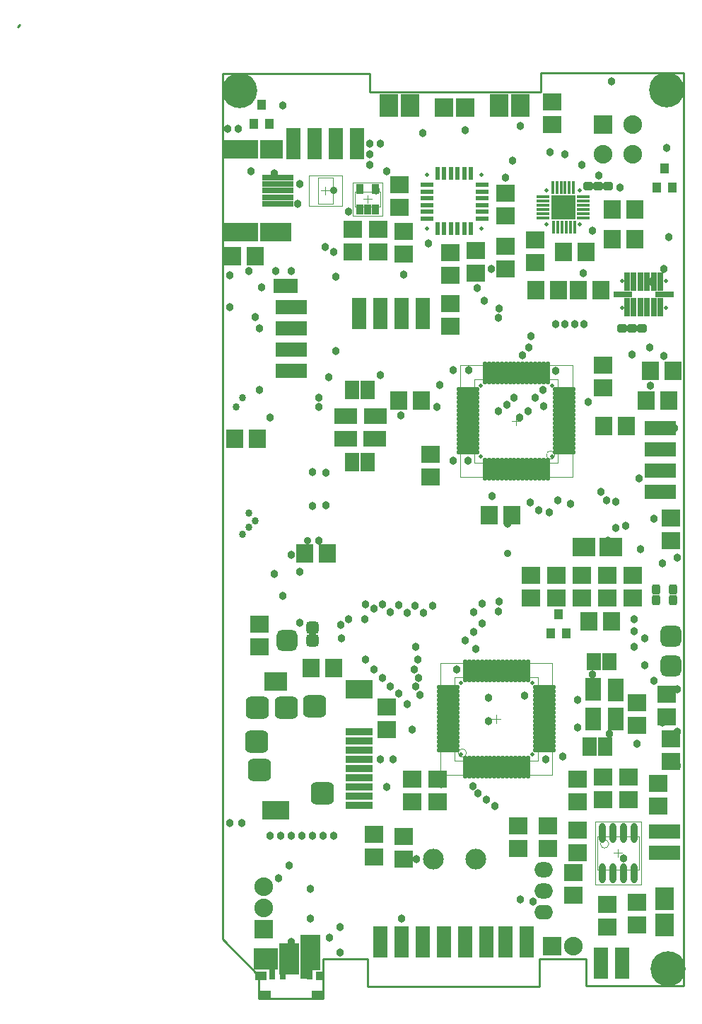
<source format=gbs>
%FSTAX25Y25*%
%MOIN*%
G70*
G01*
G75*
G04 Layer_Color=16711935*
%ADD10R,0.07874X0.07480*%
%ADD11R,0.01969X0.15748*%
%ADD12R,0.04331X0.02559*%
%ADD13R,0.07874X0.05512*%
%ADD14R,0.17011X0.12579*%
%ADD15R,0.20011X0.12579*%
%ADD16R,0.13780X0.11811*%
%ADD17R,0.06102X0.04331*%
%ADD18R,0.06102X0.04331*%
%ADD19R,0.06102X0.13583*%
%ADD20R,0.04724X0.07000*%
%ADD21R,0.04724X0.07874*%
%ADD22R,0.03543X0.03740*%
%ADD23R,0.03543X0.03740*%
%ADD24R,0.05906X0.13780*%
%ADD25R,0.09843X0.07874*%
%ADD26R,0.07480X0.07874*%
%ADD27C,0.01200*%
%ADD28C,0.02000*%
%ADD29C,0.01400*%
%ADD30C,0.01600*%
%ADD31C,0.01000*%
%ADD32C,0.00394*%
%ADD33C,0.15748*%
%ADD34R,0.08000X0.08000*%
%ADD35C,0.08000*%
%ADD36C,0.09000*%
%ADD37O,0.08000X0.06400*%
%ADD38O,0.08000X0.06000*%
%ADD39R,0.08000X0.08000*%
%ADD40C,0.03000*%
%ADD41C,0.02600*%
%ADD42C,0.02700*%
%ADD43C,0.02800*%
%ADD44R,0.07874X0.09843*%
%ADD45R,0.07874X0.07842*%
%ADD46R,0.13780X0.01969*%
%ADD47R,0.15748X0.08071*%
%ADD48R,0.10236X0.08071*%
%ADD49R,0.13780X0.08071*%
G04:AMPARAMS|DCode=50|XSize=39.37mil|YSize=31.5mil|CornerRadius=7.87mil|HoleSize=0mil|Usage=FLASHONLY|Rotation=0.000|XOffset=0mil|YOffset=0mil|HoleType=Round|Shape=RoundedRectangle|*
%AMROUNDEDRECTD50*
21,1,0.03937,0.01575,0,0,0.0*
21,1,0.02362,0.03150,0,0,0.0*
1,1,0.01575,0.01181,-0.00787*
1,1,0.01575,-0.01181,-0.00787*
1,1,0.01575,-0.01181,0.00787*
1,1,0.01575,0.01181,0.00787*
%
%ADD50ROUNDEDRECTD50*%
G04:AMPARAMS|DCode=51|XSize=39.37mil|YSize=31.5mil|CornerRadius=7.87mil|HoleSize=0mil|Usage=FLASHONLY|Rotation=270.000|XOffset=0mil|YOffset=0mil|HoleType=Round|Shape=RoundedRectangle|*
%AMROUNDEDRECTD51*
21,1,0.03937,0.01575,0,0,270.0*
21,1,0.02362,0.03150,0,0,270.0*
1,1,0.01575,-0.00787,-0.01181*
1,1,0.01575,-0.00787,0.01181*
1,1,0.01575,0.00787,0.01181*
1,1,0.01575,0.00787,-0.01181*
%
%ADD51ROUNDEDRECTD51*%
G04:AMPARAMS|DCode=52|XSize=90mil|YSize=90mil|CornerRadius=22.5mil|HoleSize=0mil|Usage=FLASHONLY|Rotation=180.000|XOffset=0mil|YOffset=0mil|HoleType=Round|Shape=RoundedRectangle|*
%AMROUNDEDRECTD52*
21,1,0.09000,0.04500,0,0,180.0*
21,1,0.04500,0.09000,0,0,180.0*
1,1,0.04500,-0.02250,0.02250*
1,1,0.04500,0.02250,0.02250*
1,1,0.04500,0.02250,-0.02250*
1,1,0.04500,-0.02250,-0.02250*
%
%ADD52ROUNDEDRECTD52*%
%ADD53R,0.06693X0.09843*%
%ADD54R,0.05512X0.00984*%
%ADD55R,0.00984X0.05512*%
%ADD56C,0.01063*%
%ADD57R,0.10630X0.10630*%
%ADD58R,0.09843X0.06693*%
%ADD59R,0.11811X0.07874*%
%ADD60R,0.11811X0.02953*%
%ADD61R,0.09843X0.07874*%
G04:AMPARAMS|DCode=62|XSize=100mil|YSize=100mil|CornerRadius=25mil|HoleSize=0mil|Usage=FLASHONLY|Rotation=0.000|XOffset=0mil|YOffset=0mil|HoleType=Round|Shape=RoundedRectangle|*
%AMROUNDEDRECTD62*
21,1,0.10000,0.05000,0,0,0.0*
21,1,0.05000,0.10000,0,0,0.0*
1,1,0.05000,0.02500,-0.02500*
1,1,0.05000,-0.02500,-0.02500*
1,1,0.05000,-0.02500,0.02500*
1,1,0.05000,0.02500,0.02500*
%
%ADD62ROUNDEDRECTD62*%
%ADD63O,0.01181X0.10236*%
%ADD64O,0.10236X0.01181*%
%ADD65R,0.04567X0.05906*%
%ADD66R,0.08661X0.15748*%
%ADD67R,0.08661X0.13780*%
%ADD68R,0.11024X0.09055*%
%ADD69R,0.01575X0.05512*%
%ADD70R,0.05512X0.01575*%
%ADD71R,0.02756X0.03543*%
%ADD72R,0.04724X0.03543*%
%ADD73R,0.01969X0.07087*%
%ADD74R,0.05906X0.07874*%
%ADD75R,0.05906X0.07574*%
%ADD76R,0.02165X0.07874*%
%ADD77R,0.07874X0.02165*%
G04:AMPARAMS|DCode=78|XSize=51.18mil|YSize=51.18mil|CornerRadius=12.8mil|HoleSize=0mil|Usage=FLASHONLY|Rotation=270.000|XOffset=0mil|YOffset=0mil|HoleType=Round|Shape=RoundedRectangle|*
%AMROUNDEDRECTD78*
21,1,0.05118,0.02559,0,0,270.0*
21,1,0.02559,0.05118,0,0,270.0*
1,1,0.02559,-0.01280,-0.01280*
1,1,0.02559,-0.01280,0.01280*
1,1,0.02559,0.01280,0.01280*
1,1,0.02559,0.01280,-0.01280*
%
%ADD78ROUNDEDRECTD78*%
%ADD79R,0.13780X0.05906*%
%ADD80R,0.10880X0.05906*%
%ADD81R,0.02559X0.04331*%
%ADD82O,0.02362X0.08661*%
%ADD83C,0.01500*%
%ADD84C,0.00984*%
%ADD85C,0.00787*%
%ADD86C,0.02756*%
%ADD87R,0.08674X0.08280*%
%ADD88R,0.02769X0.16548*%
%ADD89R,0.05131X0.03359*%
%ADD90R,0.08674X0.06312*%
%ADD91R,0.17811X0.13380*%
%ADD92R,0.20811X0.13380*%
%ADD93R,0.14579X0.12611*%
%ADD94R,0.06902X0.05131*%
%ADD95R,0.06902X0.05131*%
%ADD96R,0.06902X0.14383*%
%ADD97R,0.05524X0.07800*%
%ADD98R,0.05524X0.08674*%
%ADD99R,0.04343X0.04540*%
%ADD100R,0.04343X0.04540*%
%ADD101R,0.06706X0.14579*%
%ADD102R,0.10642X0.08674*%
%ADD103R,0.08280X0.08674*%
%ADD104C,0.16548*%
%ADD105R,0.08800X0.08800*%
%ADD106C,0.08800*%
%ADD107C,0.09800*%
%ADD108O,0.08800X0.07200*%
%ADD109O,0.08800X0.06800*%
%ADD110R,0.08800X0.08800*%
%ADD111C,0.03800*%
%ADD112C,0.03400*%
%ADD113C,0.03500*%
%ADD114C,0.03600*%
%ADD115R,0.08674X0.10642*%
%ADD116R,0.08674X0.08643*%
%ADD117R,0.14579X0.02769*%
%ADD118R,0.16548X0.08871*%
%ADD119R,0.11036X0.08871*%
%ADD120R,0.14579X0.08871*%
G04:AMPARAMS|DCode=121|XSize=47.37mil|YSize=39.5mil|CornerRadius=9.87mil|HoleSize=0mil|Usage=FLASHONLY|Rotation=0.000|XOffset=0mil|YOffset=0mil|HoleType=Round|Shape=RoundedRectangle|*
%AMROUNDEDRECTD121*
21,1,0.04737,0.01975,0,0,0.0*
21,1,0.02762,0.03950,0,0,0.0*
1,1,0.01975,0.01381,-0.00987*
1,1,0.01975,-0.01381,-0.00987*
1,1,0.01975,-0.01381,0.00987*
1,1,0.01975,0.01381,0.00987*
%
%ADD121ROUNDEDRECTD121*%
G04:AMPARAMS|DCode=122|XSize=47.37mil|YSize=39.5mil|CornerRadius=9.87mil|HoleSize=0mil|Usage=FLASHONLY|Rotation=270.000|XOffset=0mil|YOffset=0mil|HoleType=Round|Shape=RoundedRectangle|*
%AMROUNDEDRECTD122*
21,1,0.04737,0.01975,0,0,270.0*
21,1,0.02762,0.03950,0,0,270.0*
1,1,0.01975,-0.00987,-0.01381*
1,1,0.01975,-0.00987,0.01381*
1,1,0.01975,0.00987,0.01381*
1,1,0.01975,0.00987,-0.01381*
%
%ADD122ROUNDEDRECTD122*%
G04:AMPARAMS|DCode=123|XSize=98mil|YSize=98mil|CornerRadius=24.5mil|HoleSize=0mil|Usage=FLASHONLY|Rotation=180.000|XOffset=0mil|YOffset=0mil|HoleType=Round|Shape=RoundedRectangle|*
%AMROUNDEDRECTD123*
21,1,0.09800,0.04900,0,0,180.0*
21,1,0.04900,0.09800,0,0,180.0*
1,1,0.04900,-0.02450,0.02450*
1,1,0.04900,0.02450,0.02450*
1,1,0.04900,0.02450,-0.02450*
1,1,0.04900,-0.02450,-0.02450*
%
%ADD123ROUNDEDRECTD123*%
%ADD124R,0.07493X0.10642*%
%ADD125R,0.06312X0.01784*%
%ADD126R,0.01784X0.06312*%
%ADD127C,0.01863*%
%ADD128R,0.11430X0.11430*%
%ADD129R,0.10642X0.07493*%
%ADD130R,0.12611X0.08674*%
%ADD131R,0.12611X0.03753*%
%ADD132R,0.10642X0.08674*%
G04:AMPARAMS|DCode=133|XSize=108mil|YSize=108mil|CornerRadius=27mil|HoleSize=0mil|Usage=FLASHONLY|Rotation=0.000|XOffset=0mil|YOffset=0mil|HoleType=Round|Shape=RoundedRectangle|*
%AMROUNDEDRECTD133*
21,1,0.10800,0.05400,0,0,0.0*
21,1,0.05400,0.10800,0,0,0.0*
1,1,0.05400,0.02700,-0.02700*
1,1,0.05400,-0.02700,-0.02700*
1,1,0.05400,-0.02700,0.02700*
1,1,0.05400,0.02700,0.02700*
%
%ADD133ROUNDEDRECTD133*%
%ADD134O,0.01981X0.11036*%
%ADD135O,0.11036X0.01981*%
%ADD136R,0.05367X0.06706*%
%ADD137R,0.09461X0.16548*%
%ADD138R,0.09461X0.14579*%
%ADD139R,0.11824X0.09855*%
%ADD140R,0.02375X0.06312*%
%ADD141R,0.06312X0.02375*%
%ADD142R,0.03556X0.04343*%
%ADD143R,0.05524X0.04343*%
%ADD144R,0.02769X0.07887*%
%ADD145R,0.06706X0.08674*%
%ADD146R,0.06706X0.08374*%
%ADD147R,0.02965X0.08674*%
%ADD148R,0.08674X0.02965*%
G04:AMPARAMS|DCode=149|XSize=59.18mil|YSize=59.18mil|CornerRadius=14.8mil|HoleSize=0mil|Usage=FLASHONLY|Rotation=270.000|XOffset=0mil|YOffset=0mil|HoleType=Round|Shape=RoundedRectangle|*
%AMROUNDEDRECTD149*
21,1,0.05918,0.02959,0,0,270.0*
21,1,0.02959,0.05918,0,0,270.0*
1,1,0.02959,-0.01480,-0.01480*
1,1,0.02959,-0.01480,0.01480*
1,1,0.02959,0.01480,0.01480*
1,1,0.02959,0.01480,-0.01480*
%
%ADD149ROUNDEDRECTD149*%
%ADD150R,0.14579X0.06706*%
%ADD151R,0.11680X0.06706*%
%ADD152R,0.03359X0.05131*%
%ADD153O,0.03162X0.09461*%
D31*
X000767Y002933D02*
X0024751Y0012249D01*
X-0089Y0459D02*
X-0088Y046D01*
X0055Y002D02*
X0076D01*
X0157D02*
X0179D01*
X0157Y0007D02*
Y002D01*
X0076Y0007D02*
X0157D01*
X0076D02*
Y002D01*
X000767Y002933D02*
Y00355D01*
X0196307Y00075D02*
X0225D01*
X0025Y00015D02*
X003D01*
X0179Y00075D02*
Y002D01*
Y00075D02*
X0196307D01*
X0055Y00015D02*
Y002D01*
X0225Y0035D02*
Y04375D01*
X003Y00015D02*
X0055D01*
X0024751D02*
Y0009249D01*
X0077Y04285D02*
Y0437D01*
Y04285D02*
X01575D01*
Y04375D01*
X0225D01*
X0024751Y0009249D02*
Y0012249D01*
X0225Y00075D02*
Y0035D01*
X000767Y0437D02*
X0077D01*
X000767Y00355D02*
Y0437D01*
D32*
X0164188Y0257436D02*
G03*
X0164188Y0257436I-0001969J0D01*
G01*
X0122559Y0117126D02*
G03*
X0122559Y0117126I-0001969J0D01*
G01*
X0189669Y0074331D02*
G03*
X0189669Y0074331I-0001969J0D01*
G01*
X0126392Y0253892D02*
X0165762D01*
X0126392Y0293263D02*
X0165762D01*
Y0253892D02*
Y0293263D01*
X0126392Y0253892D02*
Y0293263D01*
X0059543Y0375898D02*
Y0388102D01*
X0052457Y0375898D02*
Y0388102D01*
Y0375898D02*
X0059543D01*
X0052457Y0388102D02*
X0059543D01*
X0117047Y0113583D02*
Y0152953D01*
X0156417Y0113583D02*
Y0152953D01*
X0117047Y0113583D02*
X0156417D01*
X0117047Y0152953D02*
X0156417D01*
X0069898Y0374457D02*
X0082102D01*
X0069898Y0381543D02*
X0082102D01*
Y0374457D02*
Y0381543D01*
X0069898Y0374457D02*
Y0381543D01*
X0203842Y0062126D02*
Y0077874D01*
X0184158Y0062126D02*
Y0077874D01*
Y0062126D02*
X0203842D01*
X0184158Y0077874D02*
X0203842D01*
X01197Y02472D02*
X0172455D01*
X01197Y0299955D02*
X0172455D01*
Y02472D02*
Y0299955D01*
X01197Y02472D02*
Y0299955D01*
X0146077Y0271609D02*
Y0275546D01*
X0144109Y0273577D02*
X0148046D01*
X0063874Y0374913D02*
Y0389087D01*
X0048126Y0374913D02*
Y0389087D01*
Y0374913D02*
X0063874D01*
X0048126Y0389087D02*
X0063874D01*
X0054031Y0382D02*
X0057968D01*
X0056Y0380031D02*
Y0383968D01*
X0110354Y010689D02*
Y0159646D01*
X016311Y010689D02*
Y0159646D01*
X0110354Y010689D02*
X016311D01*
X0110354Y0159646D02*
X016311D01*
X0134764Y0133268D02*
X0138701D01*
X0136732Y0131299D02*
Y0135236D01*
X0068913Y0370126D02*
X0083087D01*
X0068913Y0385874D02*
X0083087D01*
Y0370126D02*
Y0385874D01*
X0068913Y0370126D02*
Y0385874D01*
X0076Y0376031D02*
Y0379969D01*
X0074032Y0378D02*
X0077969D01*
X0192032Y007D02*
X0195968D01*
X0194Y0068032D02*
Y0071969D01*
X0204827Y0055236D02*
Y0084764D01*
X0183173Y0055236D02*
Y0084764D01*
Y0055236D02*
X0204827D01*
X0183173Y0084764D02*
X0204827D01*
D87*
X0187Y0299811D02*
D03*
Y0289181D02*
D03*
X0141Y0370189D02*
D03*
Y0380819D02*
D03*
X0201Y0190189D02*
D03*
Y0200819D02*
D03*
X0219Y0227811D02*
D03*
Y0217181D02*
D03*
X0091Y0374189D02*
D03*
Y0384819D02*
D03*
X0093Y0362819D02*
D03*
Y0352189D02*
D03*
X0115Y0352819D02*
D03*
Y0342189D02*
D03*
X0127Y0343181D02*
D03*
Y0353811D02*
D03*
X0141Y0345181D02*
D03*
Y0355811D02*
D03*
X0115Y0318189D02*
D03*
Y0328819D02*
D03*
X01055Y0247181D02*
D03*
Y0257811D02*
D03*
X0217Y0134189D02*
D03*
Y0144819D02*
D03*
X0163Y0423811D02*
D03*
Y0413181D02*
D03*
X0155Y0348189D02*
D03*
Y0358819D02*
D03*
X0175Y0070189D02*
D03*
Y0080819D02*
D03*
X0161Y0072189D02*
D03*
Y0082819D02*
D03*
X0079Y0068189D02*
D03*
Y0078819D02*
D03*
X0097Y0094189D02*
D03*
Y0104819D02*
D03*
X0109Y0094189D02*
D03*
Y0104819D02*
D03*
X0189Y0190189D02*
D03*
Y0200819D02*
D03*
X0177Y0190189D02*
D03*
Y0200819D02*
D03*
X0165Y0190189D02*
D03*
Y0200819D02*
D03*
X0153Y0190189D02*
D03*
Y0200819D02*
D03*
X0025Y0177811D02*
D03*
Y0167181D02*
D03*
X0081Y0353181D02*
D03*
Y0363811D02*
D03*
X0069Y0353181D02*
D03*
Y0363811D02*
D03*
X0203Y0036189D02*
D03*
Y0046819D02*
D03*
X0189Y0045811D02*
D03*
Y0035181D02*
D03*
X0173Y0050189D02*
D03*
Y0060819D02*
D03*
X0147Y0072189D02*
D03*
Y0082819D02*
D03*
X0175Y0094189D02*
D03*
Y0104819D02*
D03*
X0187Y0105811D02*
D03*
Y0095181D02*
D03*
X0199Y0105811D02*
D03*
Y0095181D02*
D03*
X0213Y0092189D02*
D03*
Y0102819D02*
D03*
X0219Y0123811D02*
D03*
Y0113181D02*
D03*
X0203Y0130189D02*
D03*
Y0140819D02*
D03*
X0093Y0077811D02*
D03*
Y0067181D02*
D03*
X0085Y0128189D02*
D03*
Y0138819D02*
D03*
D99*
X016974Y0173374D02*
D03*
X0166Y0182626D02*
D03*
X0216Y0392626D02*
D03*
X021974Y0383374D02*
D03*
X002974Y0413374D02*
D03*
X0026Y0422626D02*
D03*
D100*
X016226Y0173374D02*
D03*
X021226Y0383374D02*
D03*
X002226Y0413374D02*
D03*
D101*
X0196Y0018D02*
D03*
X0186D02*
D03*
X0071Y0404D02*
D03*
X0061D02*
D03*
X0051D02*
D03*
X0041D02*
D03*
X0102Y0324D02*
D03*
X0092D02*
D03*
X0082D02*
D03*
X0072D02*
D03*
X0141Y0028D02*
D03*
X0151D02*
D03*
X0132D02*
D03*
X0122D02*
D03*
X0112D02*
D03*
X0102D02*
D03*
X0092D02*
D03*
X0082D02*
D03*
D102*
X01905Y0214D02*
D03*
X0178D02*
D03*
D103*
X0168189Y0353D02*
D03*
X0178819D02*
D03*
X0175181Y0335D02*
D03*
X0185811D02*
D03*
X0217811Y0283D02*
D03*
X0207181D02*
D03*
X0155181Y0335D02*
D03*
X0165811D02*
D03*
X0023811Y0265D02*
D03*
X0013181D02*
D03*
X0090689Y0283D02*
D03*
X0101319D02*
D03*
X0012189Y0351D02*
D03*
X0022819D02*
D03*
X0201811Y0359D02*
D03*
X0191181D02*
D03*
X0059811Y0157D02*
D03*
X0049181D02*
D03*
X0219811Y0297D02*
D03*
X0209181D02*
D03*
X0201811Y0373D02*
D03*
X0191181D02*
D03*
X0180189Y0179D02*
D03*
X0190819D02*
D03*
X0056819Y0211D02*
D03*
X0046189D02*
D03*
X0143811Y0229D02*
D03*
X0133181D02*
D03*
X0197811Y0271D02*
D03*
X0187181D02*
D03*
D104*
X00155Y0429D02*
D03*
X02175Y00155D02*
D03*
X0217Y04295D02*
D03*
D105*
X0027Y0034D02*
D03*
X0187Y0413D02*
D03*
D106*
X0027Y0044D02*
D03*
Y0054D02*
D03*
X0201Y0413D02*
D03*
Y0399D02*
D03*
X0187D02*
D03*
X0173Y0026D02*
D03*
D107*
X0107Y0067D02*
D03*
X0127D02*
D03*
D108*
X0159Y0062D02*
D03*
Y0052D02*
D03*
D109*
Y0042D02*
D03*
D110*
X0163Y0026D02*
D03*
D111*
X0217Y0402D02*
D03*
X01345Y0238D02*
D03*
X0152936Y03135D02*
D03*
X00835Y0137D02*
D03*
X0082Y0114D02*
D03*
X0087Y0128D02*
D03*
X0097Y0094D02*
D03*
X0196Y0018D02*
D03*
X0026Y03365D02*
D03*
X0023Y03225D02*
D03*
X02155Y0345D02*
D03*
X02095Y0339D02*
D03*
Y02495D02*
D03*
X0204Y02465D02*
D03*
X01645Y0297D02*
D03*
X0159Y02805D02*
D03*
X0138Y03265D02*
D03*
X0131Y033D02*
D03*
X01275Y0336D02*
D03*
X01085Y028D02*
D03*
X0193Y0223D02*
D03*
Y02355D02*
D03*
X01715Y02345D02*
D03*
X0222Y0209D02*
D03*
X01515Y0278D02*
D03*
X00985Y01485D02*
D03*
X01005Y01445D02*
D03*
X013Y01875D02*
D03*
X0133Y0132283D02*
D03*
X0132886Y0143D02*
D03*
X01065Y01865D02*
D03*
X0102374Y0183012D02*
D03*
X0098437Y0186551D02*
D03*
X0044Y038515D02*
D03*
X0191181Y0359D02*
D03*
X0185Y0389D02*
D03*
X0182Y0363D02*
D03*
X008Y0382D02*
D03*
X0155Y0284404D02*
D03*
X01585Y0288D02*
D03*
X011Y02905D02*
D03*
X01415Y0281D02*
D03*
X0145093Y0284593D02*
D03*
X00795Y0265D02*
D03*
X00915Y0276D02*
D03*
X01655Y0236D02*
D03*
X02015Y01745D02*
D03*
Y0167D02*
D03*
X02065Y0171D02*
D03*
X0211Y0151D02*
D03*
X0036Y0422D02*
D03*
X0021Y0391D02*
D03*
X001Y0411D02*
D03*
X0015D02*
D03*
X014426Y039626D02*
D03*
X002974Y040226D02*
D03*
X0032Y039D02*
D03*
X0082Y0404D02*
D03*
X0141Y0388D02*
D03*
X0085Y0391D02*
D03*
X0162Y04D02*
D03*
X0191Y04335D02*
D03*
X019Y0126D02*
D03*
X004Y0028D02*
D03*
X0044Y01785D02*
D03*
X02065Y01585D02*
D03*
X0222Y0127D02*
D03*
Y0111D02*
D03*
X0049Y0156D02*
D03*
X0148Y0083D02*
D03*
X0099Y0067D02*
D03*
X01255Y01015D02*
D03*
X01105Y01025D02*
D03*
X00995Y01065D02*
D03*
X00945Y014D02*
D03*
X0067055Y0180055D02*
D03*
X0127Y0166D02*
D03*
X016Y0114D02*
D03*
X0168Y01155D02*
D03*
X0136Y0092D02*
D03*
X0132Y0095D02*
D03*
X00985Y0167D02*
D03*
X00945Y0183D02*
D03*
X013Y0178D02*
D03*
X0126Y0174D02*
D03*
X0122Y017D02*
D03*
X0215Y01315D02*
D03*
X0175Y0142D02*
D03*
X0182Y0154D02*
D03*
X0175Y0129D02*
D03*
X0154Y0047D02*
D03*
X0055Y0078D02*
D03*
X0035D02*
D03*
X01965Y00675D02*
D03*
X01915Y0079449D02*
D03*
X0049Y0039D02*
D03*
X0031Y0023D02*
D03*
X0058Y003D02*
D03*
X0011Y0327D02*
D03*
X0063Y0035D02*
D03*
Y0023D02*
D03*
X0082D02*
D03*
X0092Y0039D02*
D03*
X0034Y0058D02*
D03*
X0049Y0053D02*
D03*
X0039Y0064D02*
D03*
X0011Y0084D02*
D03*
X003Y0078D02*
D03*
X004D02*
D03*
X0045D02*
D03*
X005D02*
D03*
X008Y0068D02*
D03*
X006Y0078D02*
D03*
X0203Y0142D02*
D03*
X0128Y0098D02*
D03*
X0138Y01885D02*
D03*
X0137672Y0183919D02*
D03*
X012611Y01835D02*
D03*
X0097Y0128D02*
D03*
X0088Y0114D02*
D03*
X0085Y0101D02*
D03*
X0043Y0375701D02*
D03*
X0077Y0404D02*
D03*
Y0399D02*
D03*
Y0394D02*
D03*
X0177D02*
D03*
X0169Y0399D02*
D03*
X0086Y0422D02*
D03*
X0148Y0412626D02*
D03*
X0102Y0409D02*
D03*
X0122Y04105D02*
D03*
X0222Y0147D02*
D03*
X0211Y02275D02*
D03*
X01475Y0275D02*
D03*
X01375Y0278D02*
D03*
X0123345Y0254845D02*
D03*
X0116345D02*
D03*
X01525Y0235D02*
D03*
X0148Y0048D02*
D03*
X00375Y02965D02*
D03*
X0041Y03065D02*
D03*
X0011Y0342D02*
D03*
X002Y0344D02*
D03*
X00325D02*
D03*
X004D02*
D03*
X0067Y0372D02*
D03*
X0195Y0383374D02*
D03*
X0091Y0373D02*
D03*
X01045Y0357D02*
D03*
X0196Y0317D02*
D03*
X0093Y03425D02*
D03*
Y03505D02*
D03*
X00635Y0171D02*
D03*
X0063118Y0177382D02*
D03*
X00745Y018D02*
D03*
X004Y02105D02*
D03*
X0219Y0217D02*
D03*
X0155Y0199D02*
D03*
X01655Y02005D02*
D03*
X01765Y0201D02*
D03*
X01885Y02005D02*
D03*
X01985D02*
D03*
X008674Y01835D02*
D03*
X0090677Y0186677D02*
D03*
X0082803Y0187197D02*
D03*
X0075Y0187D02*
D03*
X0090677Y0145D02*
D03*
X00865Y01485D02*
D03*
X0082803Y01525D02*
D03*
X0079Y01565D02*
D03*
X02015Y018D02*
D03*
X0075Y0161D02*
D03*
X0203Y01215D02*
D03*
X01625Y0173D02*
D03*
X015Y0144D02*
D03*
X00995Y0161D02*
D03*
X01Y01525D02*
D03*
X0098Y01565D02*
D03*
X0118D02*
D03*
X0044Y02025D02*
D03*
X0053Y0217D02*
D03*
X00165Y0084D02*
D03*
X0036Y0191D02*
D03*
X0079Y0185D02*
D03*
X0215Y02065D02*
D03*
X02045Y0213D02*
D03*
X0189252Y0217D02*
D03*
X0032Y02015D02*
D03*
X01975Y0224D02*
D03*
X01885Y0236D02*
D03*
X0025Y0265D02*
D03*
X003Y0275D02*
D03*
X0066Y02765D02*
D03*
X0053Y028D02*
D03*
Y02845D02*
D03*
X0036Y0337D02*
D03*
X0060852Y0306648D02*
D03*
Y03415D02*
D03*
X01565Y02315D02*
D03*
X01615Y02305D02*
D03*
X005Y02335D02*
D03*
X005625Y023375D02*
D03*
X005Y02495D02*
D03*
X005625Y0249D02*
D03*
X0056Y03555D02*
D03*
X006Y0353D02*
D03*
X01645Y0319D02*
D03*
X0149Y03045D02*
D03*
X0152Y0308D02*
D03*
X0169Y0319D02*
D03*
X01735D02*
D03*
X0178D02*
D03*
X0209Y0308D02*
D03*
X020075Y030475D02*
D03*
X0186Y024D02*
D03*
X018Y0282436D02*
D03*
X0134181Y0345181D02*
D03*
X01375Y0322D02*
D03*
X0082Y0295D02*
D03*
Y032D02*
D03*
X0025Y0288D02*
D03*
X00575Y0294D02*
D03*
X0072Y032D02*
D03*
X0115Y0329D02*
D03*
X01235Y02975D02*
D03*
X0116345D02*
D03*
X0092Y0321D02*
D03*
X0102Y03215D02*
D03*
X0141858Y0225D02*
D03*
X02205Y027D02*
D03*
X021925Y02855D02*
D03*
X02155Y0304D02*
D03*
X0209181Y029D02*
D03*
X0187D02*
D03*
X0025Y0317D02*
D03*
X0201811Y0359D02*
D03*
X0156Y0335D02*
D03*
X01775Y0343D02*
D03*
X0218Y036D02*
D03*
D112*
X002Y02235D02*
D03*
X0014Y028D02*
D03*
X0017Y02845D02*
D03*
Y022D02*
D03*
X0023Y02265D02*
D03*
X002Y023D02*
D03*
D113*
X00475Y0217D02*
D03*
X0181228Y021685D02*
D03*
X01418Y0211D02*
D03*
D114*
X006Y0382D02*
D03*
D115*
X0096Y0422D02*
D03*
X0086D02*
D03*
X0148D02*
D03*
X0138D02*
D03*
X0216Y0036D02*
D03*
Y00485D02*
D03*
D116*
X0122Y0421D02*
D03*
X0112D02*
D03*
D117*
X0033716Y0388299D02*
D03*
Y038515D02*
D03*
Y0382D02*
D03*
Y037885D02*
D03*
Y0375701D02*
D03*
D118*
X0016Y040139D02*
D03*
Y036261D02*
D03*
D119*
X0030709Y040139D02*
D03*
D120*
X0032732Y036261D02*
D03*
D121*
X018937Y0384D02*
D03*
X018D02*
D03*
X0184724D02*
D03*
X02054Y0317D02*
D03*
X0196D02*
D03*
X0200724D02*
D03*
D122*
X0212Y0194D02*
D03*
Y0189276D02*
D03*
X022Y0194D02*
D03*
Y0189276D02*
D03*
D123*
X0219Y0172D02*
D03*
Y0158D02*
D03*
X0038Y017D02*
D03*
D124*
X0182189Y0133D02*
D03*
X0192819D02*
D03*
Y014685D02*
D03*
X0182189Y0147D02*
D03*
D125*
X0158776Y0379047D02*
D03*
Y0377079D02*
D03*
Y0369205D02*
D03*
Y0371173D02*
D03*
Y037511D02*
D03*
Y0373142D02*
D03*
X0177476Y0379047D02*
D03*
Y0377079D02*
D03*
Y0369205D02*
D03*
Y0371173D02*
D03*
Y037511D02*
D03*
Y0373142D02*
D03*
D126*
X0163205Y0383476D02*
D03*
X0165173D02*
D03*
X0173047D02*
D03*
X0171079D02*
D03*
X0167142D02*
D03*
X016911D02*
D03*
X0169602Y0364858D02*
D03*
X0167634D02*
D03*
X0171571D02*
D03*
X0173539D02*
D03*
X0165665D02*
D03*
X0163697D02*
D03*
D127*
X0160252Y0366252D02*
D03*
X0176D02*
D03*
Y0382D02*
D03*
X0160252D02*
D03*
X0129345Y029031D02*
D03*
X016281D02*
D03*
Y0256845D02*
D03*
X0129345D02*
D03*
X0129591Y0364D02*
D03*
X0104D02*
D03*
Y0389591D02*
D03*
X0129591D02*
D03*
X0153465Y015D02*
D03*
Y0116535D02*
D03*
X012D02*
D03*
Y015D02*
D03*
X0216492Y0339492D02*
D03*
X0195823D02*
D03*
Y0326697D02*
D03*
X0216492D02*
D03*
D128*
X0168126Y0374126D02*
D03*
D129*
X00655Y0275811D02*
D03*
Y0265181D02*
D03*
X007935D02*
D03*
X00795Y0275811D02*
D03*
D130*
X0072Y0147D02*
D03*
X003263Y009D02*
D03*
D131*
X0072Y0092394D02*
D03*
Y0101055D02*
D03*
Y0096724D02*
D03*
Y0109716D02*
D03*
Y0105386D02*
D03*
Y0122709D02*
D03*
Y0118378D02*
D03*
Y0114047D02*
D03*
Y0127039D02*
D03*
D132*
X003263Y0150756D02*
D03*
D133*
X00545Y0098D02*
D03*
X0025Y0109D02*
D03*
X00235Y01225D02*
D03*
X0024Y01385D02*
D03*
X00375D02*
D03*
X0051Y0139D02*
D03*
D134*
X0160841Y025094D02*
D03*
X0158873D02*
D03*
X0156904D02*
D03*
X0154936D02*
D03*
X0152967D02*
D03*
X0150999D02*
D03*
X014903D02*
D03*
X0147062D02*
D03*
X0145093D02*
D03*
X0143125D02*
D03*
X0141156D02*
D03*
X0139188D02*
D03*
X0137219D02*
D03*
X0135251D02*
D03*
X0133282D02*
D03*
X0131314D02*
D03*
Y0296215D02*
D03*
X0133282D02*
D03*
X0135251D02*
D03*
X0137219D02*
D03*
X0139188D02*
D03*
X0141156D02*
D03*
X0143125D02*
D03*
X0145093D02*
D03*
X0147062D02*
D03*
X014903D02*
D03*
X0150999D02*
D03*
X0152967D02*
D03*
X0154936D02*
D03*
X0156904D02*
D03*
X0158873D02*
D03*
X0160841D02*
D03*
X0121968Y0155905D02*
D03*
X0123937D02*
D03*
X0125906D02*
D03*
X0127874D02*
D03*
X0129842D02*
D03*
X0131811D02*
D03*
X013378D02*
D03*
X0135748D02*
D03*
X0137716D02*
D03*
X0139685D02*
D03*
X0141654D02*
D03*
X0143622D02*
D03*
X0145591D02*
D03*
X0147559D02*
D03*
X0149528D02*
D03*
X0151496D02*
D03*
Y011063D02*
D03*
X0149528D02*
D03*
X0147559D02*
D03*
X0145591D02*
D03*
X0143622D02*
D03*
X0141654D02*
D03*
X0139685D02*
D03*
X0137716D02*
D03*
X0135748D02*
D03*
X013378D02*
D03*
X0131811D02*
D03*
X0129842D02*
D03*
X0127874D02*
D03*
X0125906D02*
D03*
X0123937D02*
D03*
X0121968D02*
D03*
D135*
X012344Y0258814D02*
D03*
Y0260782D02*
D03*
Y0262751D02*
D03*
Y0264719D02*
D03*
Y0266688D02*
D03*
Y0268656D02*
D03*
Y0270625D02*
D03*
Y0272593D02*
D03*
Y0274562D02*
D03*
Y027653D02*
D03*
Y0278499D02*
D03*
Y0280467D02*
D03*
Y0282436D02*
D03*
Y0284404D02*
D03*
Y0286373D02*
D03*
Y0288341D02*
D03*
X0168715D02*
D03*
Y0286373D02*
D03*
Y0284404D02*
D03*
Y0282436D02*
D03*
Y0280467D02*
D03*
Y0278499D02*
D03*
Y027653D02*
D03*
Y0274562D02*
D03*
Y0272593D02*
D03*
Y0270625D02*
D03*
Y0268656D02*
D03*
Y0266688D02*
D03*
Y0264719D02*
D03*
Y0262751D02*
D03*
Y0260782D02*
D03*
Y0258814D02*
D03*
X0114094Y0118504D02*
D03*
Y0120472D02*
D03*
Y0122441D02*
D03*
Y0124409D02*
D03*
Y0126378D02*
D03*
Y0128347D02*
D03*
Y0130315D02*
D03*
Y0132283D02*
D03*
Y0134252D02*
D03*
Y0136221D02*
D03*
Y0138189D02*
D03*
Y0140157D02*
D03*
Y0142126D02*
D03*
Y0144095D02*
D03*
Y0146063D02*
D03*
Y0148031D02*
D03*
X015937D02*
D03*
Y0146063D02*
D03*
Y0144095D02*
D03*
Y0142126D02*
D03*
Y0140157D02*
D03*
Y0138189D02*
D03*
Y0136221D02*
D03*
Y0134252D02*
D03*
Y0132283D02*
D03*
Y0130315D02*
D03*
Y0128347D02*
D03*
Y0126378D02*
D03*
Y0124409D02*
D03*
Y0122441D02*
D03*
Y0120472D02*
D03*
Y0118504D02*
D03*
D136*
X0047Y0014D02*
D03*
D137*
X0049Y0023D02*
D03*
D138*
X0039Y002D02*
D03*
D139*
X0028D02*
D03*
D140*
X0124669Y039D02*
D03*
X012152D02*
D03*
X0108921D02*
D03*
X0112071D02*
D03*
X011837D02*
D03*
X011522D02*
D03*
Y0364D02*
D03*
X011837D02*
D03*
X0112071D02*
D03*
X0108921D02*
D03*
X012152D02*
D03*
X0124669D02*
D03*
D141*
X0104Y037837D02*
D03*
Y037522D02*
D03*
Y038152D02*
D03*
Y0384669D02*
D03*
Y0372071D02*
D03*
Y0368921D02*
D03*
X013Y037837D02*
D03*
Y037522D02*
D03*
Y038152D02*
D03*
Y0384669D02*
D03*
Y0372071D02*
D03*
Y0368921D02*
D03*
D142*
X005315Y0012D02*
D03*
D143*
X0052362Y000315D02*
D03*
X0027559D02*
D03*
X0025606Y0012D02*
D03*
D144*
X00485Y00145D02*
D03*
X0036D02*
D03*
X0031D02*
D03*
D145*
X0076Y0288D02*
D03*
X00685D02*
D03*
X0188Y012D02*
D03*
X01805D02*
D03*
X00685Y0254D02*
D03*
X0076D02*
D03*
D146*
X019Y016D02*
D03*
X01825D02*
D03*
D147*
X0198284Y0327189D02*
D03*
X0207732Y0339D02*
D03*
X0204583D02*
D03*
X0210882D02*
D03*
X0214032D02*
D03*
X0201433D02*
D03*
X0198284D02*
D03*
X0207732Y0327189D02*
D03*
X0210882D02*
D03*
X0204583D02*
D03*
X0201433D02*
D03*
X0214032D02*
D03*
D148*
X0196315Y0333095D02*
D03*
X0216D02*
D03*
D149*
X005Y0176D02*
D03*
Y0170016D02*
D03*
D150*
X004Y0297D02*
D03*
Y0307D02*
D03*
Y0317D02*
D03*
Y0327D02*
D03*
X0216Y008D02*
D03*
Y007D02*
D03*
X0214Y027D02*
D03*
Y026D02*
D03*
Y025D02*
D03*
Y024D02*
D03*
D151*
X00374Y0337D02*
D03*
D152*
X007974Y0373276D02*
D03*
X0076D02*
D03*
X007226D02*
D03*
Y0382724D02*
D03*
X007974D02*
D03*
D153*
X02015Y0060551D02*
D03*
X01965D02*
D03*
X01915D02*
D03*
X01865D02*
D03*
X02015Y0079449D02*
D03*
X01965D02*
D03*
X01915D02*
D03*
X01865D02*
D03*
M02*

</source>
